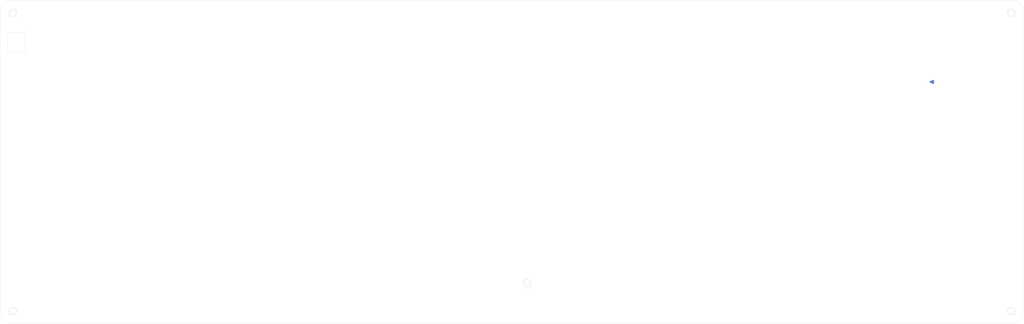
<source format=kicad_pcb>
(kicad_pcb (version 20240108) (generator "pcbnew") (generator_version "8.0")
  (title_block (title "Somei66") (rev "1.0 (Hotswap)") (company "Gzowski.co.uk"))
  (layers (0 "F.Cu" signal) (31 "B.Cu" signal) (34 "B.Paste" user) (35 "F.Paste" user) (36 "B.SilkS" user "B.Silkscreen") (37 "F.SilkS" user "F.Silkscreen") (38 "B.Mask" user) (39 "F.Mask" user) (44 "Edge.Cuts" user))
  (net 0 "")
  (footprint "LOGO" (layer "F.Cu") (at 200.9934 109.23853)
    (property "Reference" "G***" (hide yes))
    (property "Value" "LOGO" (hide yes))
  )
  (gr_arc (start 44.06 62.053427) (mid 45.231563 59.224982) (end 48.06 58.053427) (stroke (width 0.05)) (layer "Edge.Cuts"))
  (gr_line (start 46.849959 68.250011) (end 51.3 68.25) (stroke (width 0.05)) (layer "Edge.Cuts"))
  (gr_arc (start 51.3 68.25) (mid 51.653543 68.396436) (end 51.79994 68.749971) (stroke (width 0.05)) (layer "Edge.Cuts"))
  (gr_line (start 364.06 155.393427) (end 364.06 62.053427) (stroke (width 0.05)) (layer "Edge.Cuts"))
  (gr_line (start 46.349988 68.749951) (end 46.35 73.65) (stroke (width 0.05)) (layer "Edge.Cuts"))
  (gr_line (start 51.299981 74.14996) (end 46.84994 74.149971) (stroke (width 0.05)) (layer "Edge.Cuts"))
  (gr_line (start 48.06 159.393427) (end 360.06 159.393427) (stroke (width 0.05)) (layer "Edge.Cuts"))
  (gr_line (start 360.06 58.053427) (end 48.06 58.053427) (stroke (width 0.05)) (layer "Edge.Cuts"))
  (gr_circle (center 360.06 62.05343) (end 358.91 62.041678) (stroke (width 0.1)) (fill none) (layer "Edge.Cuts"))
  (gr_circle (center 208.775 146.6) (end 207.625 146.588248) (stroke (width 0.1)) (fill none) (layer "Edge.Cuts"))
  (gr_arc (start 46.349988 68.749951) (mid 46.496441 68.396435) (end 46.849959 68.250011) (stroke (width 0.05)) (layer "Edge.Cuts"))
  (gr_circle (center 360.06 155.3934) (end 358.91 155.381648) (stroke (width 0.1)) (fill none) (layer "Edge.Cuts"))
  (gr_arc (start 360.06 58.053427) (mid 362.888428 59.225) (end 364.06 62.053427) (stroke (width 0.05)) (layer "Edge.Cuts"))
  (gr_line (start 44.06 62.053427) (end 44.06 155.393427) (stroke (width 0.05)) (layer "Edge.Cuts"))
  (gr_circle (center 48.06 62.0534) (end 46.91 62.041648) (stroke (width 0.1)) (fill none) (layer "Edge.Cuts"))
  (gr_arc (start 51.799952 73.65002) (mid 51.653506 74.003533) (end 51.299981 74.14996) (stroke (width 0.05)) (layer "Edge.Cuts"))
  (gr_arc (start 46.84994 74.149971) (mid 46.496446 74.003512) (end 46.35 73.65) (stroke (width 0.05)) (layer "Edge.Cuts"))
  (gr_arc (start 48.06 159.393427) (mid 45.231563 158.221856) (end 44.06 155.393427) (stroke (width 0.05)) (layer "Edge.Cuts"))
  (gr_arc (start 364.06 155.393427) (mid 362.888418 158.221837) (end 360.06 159.393427) (stroke (width 0.05)) (layer "Edge.Cuts"))
  (gr_circle (center 48.06 155.3934) (end 46.91 155.381648) (stroke (width 0.1)) (fill none) (layer "Edge.Cuts"))
  (gr_line (start 51.799952 73.65002) (end 51.79994 68.749971) (stroke (width 0.05)) (layer "Edge.Cuts"))
)
</source>
